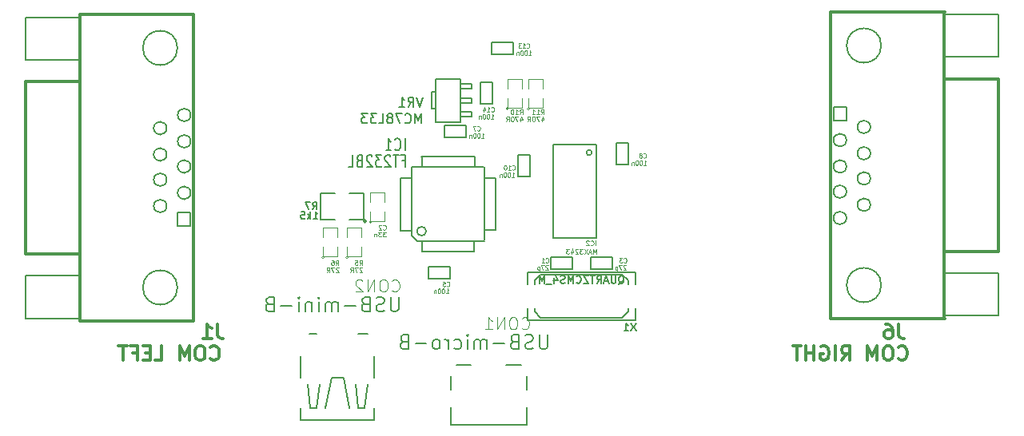
<source format=gbo>
G04 (created by PCBNEW (2013-jul-07)-stable) date nie, 28 cze 2015, 22:06:29*
%MOIN*%
G04 Gerber Fmt 3.4, Leading zero omitted, Abs format*
%FSLAX34Y34*%
G01*
G70*
G90*
G04 APERTURE LIST*
%ADD10C,0.00590551*%
%ADD11C,0.005*%
%ADD12C,0.0039*%
%ADD13C,0.012*%
%ADD14C,0.006*%
%ADD15C,0.0035*%
%ADD16C,0.0079*%
%ADD17C,0.0043*%
%ADD18C,0.0045*%
%ADD19C,0.008*%
G04 APERTURE END LIST*
G54D10*
X64527Y-30275D02*
X64527Y-29370D01*
X64488Y-32047D02*
X64527Y-32047D01*
X64527Y-32047D02*
X64527Y-31535D01*
X61456Y-32047D02*
X64488Y-32047D01*
X61456Y-30275D02*
X61456Y-29370D01*
X61456Y-32047D02*
X61456Y-31535D01*
X61811Y-28425D02*
X62125Y-28425D01*
X64251Y-28425D02*
X63858Y-28425D01*
G54D11*
X63492Y-31540D02*
X63242Y-30290D01*
X63242Y-30290D02*
X62742Y-30290D01*
X62742Y-30290D02*
X62492Y-31540D01*
X61742Y-30540D02*
X61867Y-31540D01*
X61867Y-31540D02*
X62117Y-31540D01*
X62117Y-31540D02*
X62242Y-30540D01*
X64242Y-30540D02*
X64117Y-31540D01*
X64117Y-31540D02*
X63867Y-31540D01*
X63867Y-31540D02*
X63742Y-30540D01*
G54D10*
X67716Y-32244D02*
X70905Y-32244D01*
X67716Y-31496D02*
X67716Y-32244D01*
X70905Y-31496D02*
X70905Y-32244D01*
X70905Y-30787D02*
X70905Y-30196D01*
X70039Y-29724D02*
X70669Y-29724D01*
X67952Y-29724D02*
X68543Y-29724D01*
X67716Y-30787D02*
X67716Y-30196D01*
G54D11*
X68603Y-19190D02*
X68603Y-19390D01*
X68603Y-19390D02*
X68133Y-19390D01*
X68603Y-19190D02*
X68133Y-19190D01*
X68603Y-18600D02*
X68133Y-18600D01*
X68603Y-18800D02*
X68133Y-18800D01*
X68603Y-18600D02*
X68603Y-18800D01*
X68603Y-18010D02*
X68603Y-18210D01*
X68603Y-18210D02*
X68133Y-18210D01*
X68603Y-18010D02*
X68133Y-18010D01*
X66908Y-18345D02*
X66908Y-19055D01*
X66908Y-19055D02*
X67103Y-19055D01*
X66908Y-18345D02*
X67103Y-18345D01*
X68133Y-17795D02*
X67103Y-17795D01*
X67103Y-17795D02*
X67103Y-19605D01*
X67103Y-19605D02*
X68133Y-19605D01*
X68133Y-19605D02*
X68133Y-17795D01*
G54D12*
X63431Y-25256D02*
G75*
G03X63431Y-25256I-50J0D01*
G74*
G01*
X63381Y-24806D02*
X63381Y-25206D01*
X63381Y-25206D02*
X63981Y-25206D01*
X63981Y-25206D02*
X63981Y-24806D01*
X63981Y-24406D02*
X63981Y-24006D01*
X63981Y-24006D02*
X63381Y-24006D01*
X63381Y-24006D02*
X63381Y-24406D01*
X62446Y-25256D02*
G75*
G03X62446Y-25256I-50J0D01*
G74*
G01*
X62396Y-24806D02*
X62396Y-25206D01*
X62396Y-25206D02*
X62996Y-25206D01*
X62996Y-25206D02*
X62996Y-24806D01*
X62996Y-24406D02*
X62996Y-24006D01*
X62996Y-24006D02*
X62396Y-24006D01*
X62396Y-24006D02*
X62396Y-24406D01*
G54D11*
X71892Y-25742D02*
X72792Y-25742D01*
X72792Y-25742D02*
X72792Y-25242D01*
X72792Y-25242D02*
X71892Y-25242D01*
X71892Y-25242D02*
X71892Y-25742D01*
G54D10*
X71219Y-27520D02*
X71219Y-27370D01*
X71219Y-26220D02*
X71219Y-26370D01*
X75119Y-26220D02*
X75119Y-26370D01*
X75119Y-27520D02*
X75119Y-27370D01*
X75419Y-27870D02*
X75419Y-27370D01*
X75419Y-25870D02*
X75419Y-26370D01*
X70919Y-25870D02*
X70919Y-26370D01*
X70919Y-27870D02*
X70919Y-27370D01*
X71219Y-26220D02*
X71469Y-25970D01*
X71469Y-25970D02*
X74869Y-25970D01*
X74869Y-25970D02*
X75119Y-26220D01*
X75119Y-27520D02*
X74869Y-27770D01*
X74869Y-27770D02*
X71469Y-27770D01*
X71469Y-27770D02*
X71219Y-27520D01*
X75419Y-25870D02*
X70919Y-25870D01*
X70919Y-27870D02*
X75419Y-27870D01*
X52244Y-27795D02*
X50000Y-27795D01*
X50000Y-27795D02*
X50000Y-26023D01*
X50000Y-26023D02*
X52244Y-26023D01*
X52244Y-15236D02*
X50000Y-15236D01*
X50000Y-15236D02*
X50000Y-17007D01*
X50000Y-17007D02*
X52244Y-17007D01*
G54D13*
X57002Y-15106D02*
X57002Y-27906D01*
X57002Y-27906D02*
X52244Y-27906D01*
X52246Y-27906D02*
X52246Y-15106D01*
X52244Y-15106D02*
X57002Y-15106D01*
X50002Y-17906D02*
X52244Y-17906D01*
X50000Y-17906D02*
X50000Y-25106D01*
X52244Y-25106D02*
X50002Y-25106D01*
G54D11*
X69442Y-18855D02*
X69442Y-17955D01*
X69442Y-17955D02*
X68942Y-17955D01*
X68942Y-17955D02*
X68942Y-18855D01*
X68942Y-18855D02*
X69442Y-18855D01*
G54D14*
X69598Y-21941D02*
X69148Y-21941D01*
X69598Y-24121D02*
X69158Y-24121D01*
X69598Y-21941D02*
X69598Y-24121D01*
X68718Y-21471D02*
X68718Y-21041D01*
X66508Y-21461D02*
X66508Y-21041D01*
X66498Y-21041D02*
X68718Y-21031D01*
X66518Y-25011D02*
X68688Y-25021D01*
X66088Y-24321D02*
X66088Y-21491D01*
X68698Y-25011D02*
X68698Y-24601D01*
X66338Y-24561D02*
X69118Y-24561D01*
X69138Y-21481D02*
X69138Y-24521D01*
X66088Y-21481D02*
X69088Y-21481D01*
X65638Y-24151D02*
X65638Y-21931D01*
X65638Y-21931D02*
X66088Y-21931D01*
X66092Y-24331D02*
X66322Y-24561D01*
X65640Y-24151D02*
X66092Y-24151D01*
X66518Y-24561D02*
X66518Y-25013D01*
X66688Y-24157D02*
G75*
G03X66688Y-24157I-188J0D01*
G74*
G01*
G54D11*
X71984Y-24425D02*
X71984Y-20525D01*
X71984Y-20525D02*
X73784Y-20525D01*
X73784Y-20525D02*
X73784Y-24425D01*
X73784Y-24425D02*
X71984Y-24425D01*
X73596Y-20875D02*
G75*
G03X73596Y-20875I-111J0D01*
G74*
G01*
X74465Y-25242D02*
X73565Y-25242D01*
X73565Y-25242D02*
X73565Y-25742D01*
X73565Y-25742D02*
X74465Y-25742D01*
X74465Y-25742D02*
X74465Y-25242D01*
X67674Y-25635D02*
X66774Y-25635D01*
X66774Y-25635D02*
X66774Y-26135D01*
X66774Y-26135D02*
X67674Y-26135D01*
X67674Y-26135D02*
X67674Y-25635D01*
X75116Y-21366D02*
X75116Y-20466D01*
X75116Y-20466D02*
X74616Y-20466D01*
X74616Y-20466D02*
X74616Y-21366D01*
X74616Y-21366D02*
X75116Y-21366D01*
X67463Y-20230D02*
X68363Y-20230D01*
X68363Y-20230D02*
X68363Y-19730D01*
X68363Y-19730D02*
X67463Y-19730D01*
X67463Y-19730D02*
X67463Y-20230D01*
X70516Y-20966D02*
X70516Y-21866D01*
X70516Y-21866D02*
X71016Y-21866D01*
X71016Y-21866D02*
X71016Y-20966D01*
X71016Y-20966D02*
X70516Y-20966D01*
G54D10*
X88307Y-15118D02*
X90551Y-15118D01*
X90551Y-15118D02*
X90551Y-16889D01*
X90551Y-16889D02*
X88307Y-16889D01*
X88307Y-27677D02*
X90551Y-27677D01*
X90551Y-27677D02*
X90551Y-25905D01*
X90551Y-25905D02*
X88307Y-25905D01*
G54D13*
X83548Y-27806D02*
X83548Y-15006D01*
X83548Y-15006D02*
X88307Y-15006D01*
X88304Y-15006D02*
X88304Y-27806D01*
X88307Y-27806D02*
X83548Y-27806D01*
X90548Y-25006D02*
X88307Y-25006D01*
X90551Y-25006D02*
X90551Y-17806D01*
X88307Y-17806D02*
X90548Y-17806D01*
G54D12*
X71009Y-19055D02*
G75*
G03X71009Y-19055I-50J0D01*
G74*
G01*
X70959Y-18605D02*
X70959Y-19005D01*
X70959Y-19005D02*
X71559Y-19005D01*
X71559Y-19005D02*
X71559Y-18605D01*
X71559Y-18205D02*
X71559Y-17805D01*
X71559Y-17805D02*
X70959Y-17805D01*
X70959Y-17805D02*
X70959Y-18205D01*
X70124Y-19055D02*
G75*
G03X70124Y-19055I-50J0D01*
G74*
G01*
X70074Y-18605D02*
X70074Y-19005D01*
X70074Y-19005D02*
X70674Y-19005D01*
X70674Y-19005D02*
X70674Y-18605D01*
X70674Y-18205D02*
X70674Y-17805D01*
X70674Y-17805D02*
X70074Y-17805D01*
X70074Y-17805D02*
X70074Y-18205D01*
X64415Y-23779D02*
G75*
G03X64415Y-23779I-50J0D01*
G74*
G01*
X64365Y-23329D02*
X64365Y-23729D01*
X64365Y-23729D02*
X64965Y-23729D01*
X64965Y-23729D02*
X64965Y-23329D01*
X64965Y-22929D02*
X64965Y-22529D01*
X64965Y-22529D02*
X64365Y-22529D01*
X64365Y-22529D02*
X64365Y-22929D01*
G54D11*
X64209Y-23729D02*
G75*
G03X64209Y-23729I-70J0D01*
G74*
G01*
X63488Y-22579D02*
X64088Y-22579D01*
X64088Y-22579D02*
X64088Y-23679D01*
X64088Y-23679D02*
X63488Y-23679D01*
X62888Y-23679D02*
X62288Y-23679D01*
X62288Y-23679D02*
X62288Y-22579D01*
X62288Y-22579D02*
X62888Y-22579D01*
X69431Y-16785D02*
X70331Y-16785D01*
X70331Y-16785D02*
X70331Y-16285D01*
X70331Y-16285D02*
X69431Y-16285D01*
X69431Y-16285D02*
X69431Y-16785D01*
G54D10*
X56322Y-26506D02*
G75*
G03X56322Y-26506I-720J0D01*
G74*
G01*
X56322Y-16506D02*
G75*
G03X56322Y-16506I-720J0D01*
G74*
G01*
X56331Y-23386D02*
X56331Y-23927D01*
X56872Y-23927D01*
X56872Y-23386D01*
X56331Y-23386D01*
X56872Y-22556D02*
G75*
G03X56872Y-22556I-270J0D01*
G74*
G01*
X56872Y-21456D02*
G75*
G03X56872Y-21456I-270J0D01*
G74*
G01*
X56872Y-20406D02*
G75*
G03X56872Y-20406I-270J0D01*
G74*
G01*
X56872Y-19306D02*
G75*
G03X56872Y-19306I-270J0D01*
G74*
G01*
X55872Y-19856D02*
G75*
G03X55872Y-19856I-270J0D01*
G74*
G01*
X55872Y-20956D02*
G75*
G03X55872Y-20956I-270J0D01*
G74*
G01*
X55872Y-22006D02*
G75*
G03X55872Y-22006I-270J0D01*
G74*
G01*
X55872Y-23106D02*
G75*
G03X55872Y-23106I-270J0D01*
G74*
G01*
X85669Y-16406D02*
G75*
G03X85669Y-16406I-720J0D01*
G74*
G01*
X85669Y-26406D02*
G75*
G03X85669Y-26406I-720J0D01*
G74*
G01*
X83678Y-18986D02*
X83678Y-19527D01*
X84219Y-19527D01*
X84219Y-18986D01*
X83678Y-18986D01*
X84219Y-20356D02*
G75*
G03X84219Y-20356I-270J0D01*
G74*
G01*
X84219Y-21456D02*
G75*
G03X84219Y-21456I-270J0D01*
G74*
G01*
X84219Y-22506D02*
G75*
G03X84219Y-22506I-270J0D01*
G74*
G01*
X84219Y-23606D02*
G75*
G03X84219Y-23606I-270J0D01*
G74*
G01*
X85219Y-23056D02*
G75*
G03X85219Y-23056I-270J0D01*
G74*
G01*
X85219Y-21956D02*
G75*
G03X85219Y-21956I-270J0D01*
G74*
G01*
X85219Y-20906D02*
G75*
G03X85219Y-20906I-270J0D01*
G74*
G01*
X85219Y-19806D02*
G75*
G03X85219Y-19806I-270J0D01*
G74*
G01*
G54D15*
X65272Y-26631D02*
X65296Y-26654D01*
X65367Y-26678D01*
X65415Y-26678D01*
X65486Y-26654D01*
X65534Y-26607D01*
X65558Y-26559D01*
X65582Y-26464D01*
X65582Y-26393D01*
X65558Y-26297D01*
X65534Y-26250D01*
X65486Y-26202D01*
X65415Y-26178D01*
X65367Y-26178D01*
X65296Y-26202D01*
X65272Y-26226D01*
X64962Y-26178D02*
X64867Y-26178D01*
X64820Y-26202D01*
X64772Y-26250D01*
X64748Y-26345D01*
X64748Y-26512D01*
X64772Y-26607D01*
X64820Y-26654D01*
X64867Y-26678D01*
X64962Y-26678D01*
X65010Y-26654D01*
X65058Y-26607D01*
X65082Y-26512D01*
X65082Y-26345D01*
X65058Y-26250D01*
X65010Y-26202D01*
X64962Y-26178D01*
X64534Y-26678D02*
X64534Y-26178D01*
X64248Y-26678D01*
X64248Y-26178D01*
X64034Y-26226D02*
X64010Y-26202D01*
X63962Y-26178D01*
X63843Y-26178D01*
X63796Y-26202D01*
X63772Y-26226D01*
X63748Y-26273D01*
X63748Y-26321D01*
X63772Y-26393D01*
X64058Y-26678D01*
X63748Y-26678D01*
G54D10*
X65552Y-26906D02*
X65552Y-27392D01*
X65523Y-27449D01*
X65495Y-27478D01*
X65438Y-27506D01*
X65323Y-27506D01*
X65266Y-27478D01*
X65238Y-27449D01*
X65209Y-27392D01*
X65209Y-26906D01*
X64952Y-27478D02*
X64866Y-27506D01*
X64723Y-27506D01*
X64666Y-27478D01*
X64638Y-27449D01*
X64609Y-27392D01*
X64609Y-27335D01*
X64638Y-27278D01*
X64666Y-27249D01*
X64723Y-27220D01*
X64838Y-27192D01*
X64895Y-27163D01*
X64923Y-27135D01*
X64952Y-27078D01*
X64952Y-27020D01*
X64923Y-26963D01*
X64895Y-26935D01*
X64838Y-26906D01*
X64695Y-26906D01*
X64609Y-26935D01*
X64152Y-27192D02*
X64066Y-27220D01*
X64038Y-27249D01*
X64009Y-27306D01*
X64009Y-27392D01*
X64038Y-27449D01*
X64066Y-27478D01*
X64123Y-27506D01*
X64352Y-27506D01*
X64352Y-26906D01*
X64152Y-26906D01*
X64095Y-26935D01*
X64066Y-26963D01*
X64038Y-27020D01*
X64038Y-27078D01*
X64066Y-27135D01*
X64095Y-27163D01*
X64152Y-27192D01*
X64352Y-27192D01*
X63752Y-27278D02*
X63295Y-27278D01*
X63009Y-27506D02*
X63009Y-27106D01*
X63009Y-27163D02*
X62980Y-27135D01*
X62923Y-27106D01*
X62838Y-27106D01*
X62780Y-27135D01*
X62752Y-27192D01*
X62752Y-27506D01*
X62752Y-27192D02*
X62723Y-27135D01*
X62666Y-27106D01*
X62580Y-27106D01*
X62523Y-27135D01*
X62495Y-27192D01*
X62495Y-27506D01*
X62209Y-27506D02*
X62209Y-27106D01*
X62209Y-26906D02*
X62238Y-26935D01*
X62209Y-26963D01*
X62180Y-26935D01*
X62209Y-26906D01*
X62209Y-26963D01*
X61923Y-27106D02*
X61923Y-27506D01*
X61923Y-27163D02*
X61895Y-27135D01*
X61838Y-27106D01*
X61752Y-27106D01*
X61695Y-27135D01*
X61666Y-27192D01*
X61666Y-27506D01*
X61380Y-27506D02*
X61380Y-27106D01*
X61380Y-26906D02*
X61409Y-26935D01*
X61380Y-26963D01*
X61352Y-26935D01*
X61380Y-26906D01*
X61380Y-26963D01*
X61095Y-27278D02*
X60638Y-27278D01*
X60152Y-27192D02*
X60066Y-27220D01*
X60038Y-27249D01*
X60009Y-27306D01*
X60009Y-27392D01*
X60038Y-27449D01*
X60066Y-27478D01*
X60123Y-27506D01*
X60352Y-27506D01*
X60352Y-26906D01*
X60152Y-26906D01*
X60095Y-26935D01*
X60066Y-26963D01*
X60038Y-27020D01*
X60038Y-27078D01*
X60066Y-27135D01*
X60095Y-27163D01*
X60152Y-27192D01*
X60352Y-27192D01*
G54D15*
X70685Y-28205D02*
X70709Y-28229D01*
X70781Y-28253D01*
X70828Y-28253D01*
X70900Y-28229D01*
X70947Y-28182D01*
X70971Y-28134D01*
X70995Y-28039D01*
X70995Y-27967D01*
X70971Y-27872D01*
X70947Y-27824D01*
X70900Y-27777D01*
X70828Y-27753D01*
X70781Y-27753D01*
X70709Y-27777D01*
X70685Y-27801D01*
X70376Y-27753D02*
X70281Y-27753D01*
X70233Y-27777D01*
X70185Y-27824D01*
X70162Y-27920D01*
X70162Y-28086D01*
X70185Y-28182D01*
X70233Y-28229D01*
X70281Y-28253D01*
X70376Y-28253D01*
X70423Y-28229D01*
X70471Y-28182D01*
X70495Y-28086D01*
X70495Y-27920D01*
X70471Y-27824D01*
X70423Y-27777D01*
X70376Y-27753D01*
X69947Y-28253D02*
X69947Y-27753D01*
X69662Y-28253D01*
X69662Y-27753D01*
X69162Y-28253D02*
X69447Y-28253D01*
X69304Y-28253D02*
X69304Y-27753D01*
X69352Y-27824D01*
X69400Y-27872D01*
X69447Y-27896D01*
G54D10*
X71757Y-28481D02*
X71757Y-28967D01*
X71729Y-29024D01*
X71700Y-29052D01*
X71643Y-29081D01*
X71529Y-29081D01*
X71472Y-29052D01*
X71443Y-29024D01*
X71415Y-28967D01*
X71415Y-28481D01*
X71157Y-29052D02*
X71072Y-29081D01*
X70929Y-29081D01*
X70872Y-29052D01*
X70843Y-29024D01*
X70815Y-28967D01*
X70815Y-28910D01*
X70843Y-28852D01*
X70872Y-28824D01*
X70929Y-28795D01*
X71043Y-28767D01*
X71100Y-28738D01*
X71129Y-28710D01*
X71157Y-28652D01*
X71157Y-28595D01*
X71129Y-28538D01*
X71100Y-28510D01*
X71043Y-28481D01*
X70900Y-28481D01*
X70815Y-28510D01*
X70357Y-28767D02*
X70272Y-28795D01*
X70243Y-28824D01*
X70215Y-28881D01*
X70215Y-28967D01*
X70243Y-29024D01*
X70272Y-29052D01*
X70329Y-29081D01*
X70557Y-29081D01*
X70557Y-28481D01*
X70357Y-28481D01*
X70300Y-28510D01*
X70272Y-28538D01*
X70243Y-28595D01*
X70243Y-28652D01*
X70272Y-28710D01*
X70300Y-28738D01*
X70357Y-28767D01*
X70557Y-28767D01*
X69957Y-28852D02*
X69500Y-28852D01*
X69215Y-29081D02*
X69215Y-28681D01*
X69215Y-28738D02*
X69186Y-28710D01*
X69129Y-28681D01*
X69043Y-28681D01*
X68986Y-28710D01*
X68957Y-28767D01*
X68957Y-29081D01*
X68957Y-28767D02*
X68929Y-28710D01*
X68872Y-28681D01*
X68786Y-28681D01*
X68729Y-28710D01*
X68700Y-28767D01*
X68700Y-29081D01*
X68415Y-29081D02*
X68415Y-28681D01*
X68415Y-28481D02*
X68443Y-28510D01*
X68415Y-28538D01*
X68386Y-28510D01*
X68415Y-28481D01*
X68415Y-28538D01*
X67872Y-29052D02*
X67929Y-29081D01*
X68043Y-29081D01*
X68100Y-29052D01*
X68129Y-29024D01*
X68157Y-28967D01*
X68157Y-28795D01*
X68129Y-28738D01*
X68100Y-28710D01*
X68043Y-28681D01*
X67929Y-28681D01*
X67872Y-28710D01*
X67615Y-29081D02*
X67615Y-28681D01*
X67615Y-28795D02*
X67586Y-28738D01*
X67557Y-28710D01*
X67500Y-28681D01*
X67443Y-28681D01*
X67157Y-29081D02*
X67215Y-29052D01*
X67243Y-29024D01*
X67272Y-28967D01*
X67272Y-28795D01*
X67243Y-28738D01*
X67215Y-28710D01*
X67157Y-28681D01*
X67072Y-28681D01*
X67015Y-28710D01*
X66986Y-28738D01*
X66957Y-28795D01*
X66957Y-28967D01*
X66986Y-29024D01*
X67015Y-29052D01*
X67072Y-29081D01*
X67157Y-29081D01*
X66700Y-28852D02*
X66243Y-28852D01*
X65757Y-28767D02*
X65672Y-28795D01*
X65643Y-28824D01*
X65615Y-28881D01*
X65615Y-28967D01*
X65643Y-29024D01*
X65672Y-29052D01*
X65729Y-29081D01*
X65957Y-29081D01*
X65957Y-28481D01*
X65757Y-28481D01*
X65700Y-28510D01*
X65672Y-28538D01*
X65643Y-28595D01*
X65643Y-28652D01*
X65672Y-28710D01*
X65700Y-28738D01*
X65757Y-28767D01*
X65957Y-28767D01*
G54D16*
X66559Y-18564D02*
X66427Y-18958D01*
X66296Y-18564D01*
X65940Y-18958D02*
X66071Y-18771D01*
X66165Y-18958D02*
X66165Y-18564D01*
X66015Y-18564D01*
X65977Y-18583D01*
X65958Y-18602D01*
X65940Y-18639D01*
X65940Y-18696D01*
X65958Y-18733D01*
X65977Y-18752D01*
X66015Y-18771D01*
X66165Y-18771D01*
X65564Y-18958D02*
X65790Y-18958D01*
X65677Y-18958D02*
X65677Y-18564D01*
X65714Y-18620D01*
X65752Y-18658D01*
X65790Y-18677D01*
X66494Y-19647D02*
X66494Y-19253D01*
X66362Y-19535D01*
X66231Y-19253D01*
X66231Y-19647D01*
X65818Y-19610D02*
X65837Y-19628D01*
X65893Y-19647D01*
X65931Y-19647D01*
X65987Y-19628D01*
X66025Y-19591D01*
X66043Y-19553D01*
X66062Y-19478D01*
X66062Y-19422D01*
X66043Y-19347D01*
X66025Y-19309D01*
X65987Y-19272D01*
X65931Y-19253D01*
X65893Y-19253D01*
X65837Y-19272D01*
X65818Y-19291D01*
X65687Y-19253D02*
X65424Y-19253D01*
X65593Y-19647D01*
X65218Y-19422D02*
X65255Y-19403D01*
X65274Y-19384D01*
X65293Y-19347D01*
X65293Y-19328D01*
X65274Y-19291D01*
X65255Y-19272D01*
X65218Y-19253D01*
X65143Y-19253D01*
X65105Y-19272D01*
X65087Y-19291D01*
X65068Y-19328D01*
X65068Y-19347D01*
X65087Y-19384D01*
X65105Y-19403D01*
X65143Y-19422D01*
X65218Y-19422D01*
X65255Y-19441D01*
X65274Y-19460D01*
X65293Y-19497D01*
X65293Y-19572D01*
X65274Y-19610D01*
X65255Y-19628D01*
X65218Y-19647D01*
X65143Y-19647D01*
X65105Y-19628D01*
X65087Y-19610D01*
X65068Y-19572D01*
X65068Y-19497D01*
X65087Y-19460D01*
X65105Y-19441D01*
X65143Y-19422D01*
X64711Y-19647D02*
X64899Y-19647D01*
X64899Y-19253D01*
X64618Y-19253D02*
X64374Y-19253D01*
X64505Y-19403D01*
X64449Y-19403D01*
X64411Y-19422D01*
X64392Y-19441D01*
X64374Y-19478D01*
X64374Y-19572D01*
X64392Y-19610D01*
X64411Y-19628D01*
X64449Y-19647D01*
X64561Y-19647D01*
X64599Y-19628D01*
X64618Y-19610D01*
X64242Y-19253D02*
X63998Y-19253D01*
X64130Y-19403D01*
X64073Y-19403D01*
X64036Y-19422D01*
X64017Y-19441D01*
X63998Y-19478D01*
X63998Y-19572D01*
X64017Y-19610D01*
X64036Y-19628D01*
X64073Y-19647D01*
X64186Y-19647D01*
X64224Y-19628D01*
X64242Y-19610D01*
G54D17*
X63910Y-25571D02*
X63976Y-25478D01*
X64023Y-25571D02*
X64023Y-25374D01*
X63948Y-25374D01*
X63929Y-25384D01*
X63920Y-25393D01*
X63910Y-25412D01*
X63910Y-25440D01*
X63920Y-25459D01*
X63929Y-25468D01*
X63948Y-25478D01*
X64023Y-25478D01*
X63732Y-25374D02*
X63826Y-25374D01*
X63835Y-25468D01*
X63826Y-25459D01*
X63807Y-25449D01*
X63760Y-25449D01*
X63741Y-25459D01*
X63732Y-25468D01*
X63723Y-25487D01*
X63723Y-25534D01*
X63732Y-25553D01*
X63741Y-25562D01*
X63760Y-25571D01*
X63807Y-25571D01*
X63826Y-25562D01*
X63835Y-25553D01*
X64028Y-25688D02*
X64018Y-25679D01*
X63999Y-25670D01*
X63953Y-25670D01*
X63934Y-25679D01*
X63924Y-25688D01*
X63915Y-25707D01*
X63915Y-25726D01*
X63924Y-25754D01*
X64037Y-25867D01*
X63915Y-25867D01*
X63849Y-25670D02*
X63718Y-25670D01*
X63802Y-25867D01*
X63530Y-25867D02*
X63596Y-25773D01*
X63643Y-25867D02*
X63643Y-25670D01*
X63568Y-25670D01*
X63549Y-25679D01*
X63540Y-25688D01*
X63530Y-25707D01*
X63530Y-25735D01*
X63540Y-25754D01*
X63549Y-25763D01*
X63568Y-25773D01*
X63643Y-25773D01*
X62926Y-25571D02*
X62992Y-25478D01*
X63039Y-25571D02*
X63039Y-25374D01*
X62964Y-25374D01*
X62945Y-25384D01*
X62935Y-25393D01*
X62926Y-25412D01*
X62926Y-25440D01*
X62935Y-25459D01*
X62945Y-25468D01*
X62964Y-25478D01*
X63039Y-25478D01*
X62757Y-25374D02*
X62795Y-25374D01*
X62813Y-25384D01*
X62823Y-25393D01*
X62842Y-25421D01*
X62851Y-25459D01*
X62851Y-25534D01*
X62842Y-25553D01*
X62832Y-25562D01*
X62813Y-25571D01*
X62776Y-25571D01*
X62757Y-25562D01*
X62748Y-25553D01*
X62738Y-25534D01*
X62738Y-25487D01*
X62748Y-25468D01*
X62757Y-25459D01*
X62776Y-25449D01*
X62813Y-25449D01*
X62832Y-25459D01*
X62842Y-25468D01*
X62851Y-25487D01*
X63043Y-25688D02*
X63034Y-25679D01*
X63015Y-25670D01*
X62968Y-25670D01*
X62950Y-25679D01*
X62940Y-25688D01*
X62931Y-25707D01*
X62931Y-25726D01*
X62940Y-25754D01*
X63053Y-25867D01*
X62931Y-25867D01*
X62865Y-25670D02*
X62734Y-25670D01*
X62818Y-25867D01*
X62546Y-25867D02*
X62612Y-25773D01*
X62659Y-25867D02*
X62659Y-25670D01*
X62584Y-25670D01*
X62565Y-25679D01*
X62556Y-25688D01*
X62546Y-25707D01*
X62546Y-25735D01*
X62556Y-25754D01*
X62565Y-25763D01*
X62584Y-25773D01*
X62659Y-25773D01*
G54D18*
X71683Y-25455D02*
X71692Y-25465D01*
X71717Y-25474D01*
X71734Y-25474D01*
X71760Y-25465D01*
X71777Y-25446D01*
X71786Y-25427D01*
X71794Y-25388D01*
X71794Y-25360D01*
X71786Y-25322D01*
X71777Y-25303D01*
X71760Y-25284D01*
X71734Y-25274D01*
X71717Y-25274D01*
X71692Y-25284D01*
X71683Y-25293D01*
X71512Y-25474D02*
X71614Y-25474D01*
X71563Y-25474D02*
X71563Y-25274D01*
X71580Y-25303D01*
X71597Y-25322D01*
X71614Y-25331D01*
X71773Y-25588D02*
X71765Y-25579D01*
X71747Y-25569D01*
X71705Y-25569D01*
X71687Y-25579D01*
X71679Y-25588D01*
X71670Y-25608D01*
X71670Y-25627D01*
X71679Y-25655D01*
X71782Y-25769D01*
X71670Y-25769D01*
X71610Y-25569D02*
X71490Y-25569D01*
X71567Y-25769D01*
X71422Y-25636D02*
X71422Y-25836D01*
X71422Y-25646D02*
X71405Y-25636D01*
X71370Y-25636D01*
X71353Y-25646D01*
X71345Y-25655D01*
X71336Y-25674D01*
X71336Y-25731D01*
X71345Y-25750D01*
X71353Y-25760D01*
X71370Y-25769D01*
X71405Y-25769D01*
X71422Y-25760D01*
G54D10*
X75442Y-28004D02*
X75232Y-28319D01*
X75232Y-28004D02*
X75442Y-28319D01*
X74947Y-28319D02*
X75127Y-28319D01*
X75037Y-28319D02*
X75037Y-28004D01*
X75067Y-28049D01*
X75097Y-28079D01*
X75127Y-28094D01*
X74714Y-26358D02*
X74744Y-26343D01*
X74774Y-26313D01*
X74819Y-26268D01*
X74849Y-26253D01*
X74879Y-26253D01*
X74864Y-26328D02*
X74894Y-26313D01*
X74924Y-26283D01*
X74939Y-26223D01*
X74939Y-26118D01*
X74924Y-26058D01*
X74894Y-26028D01*
X74864Y-26013D01*
X74804Y-26013D01*
X74774Y-26028D01*
X74744Y-26058D01*
X74729Y-26118D01*
X74729Y-26223D01*
X74744Y-26283D01*
X74774Y-26313D01*
X74804Y-26328D01*
X74864Y-26328D01*
X74594Y-26013D02*
X74594Y-26268D01*
X74579Y-26298D01*
X74564Y-26313D01*
X74534Y-26328D01*
X74474Y-26328D01*
X74444Y-26313D01*
X74429Y-26298D01*
X74414Y-26268D01*
X74414Y-26013D01*
X74279Y-26238D02*
X74129Y-26238D01*
X74309Y-26328D02*
X74204Y-26013D01*
X74099Y-26328D01*
X73814Y-26328D02*
X73919Y-26178D01*
X73994Y-26328D02*
X73994Y-26013D01*
X73874Y-26013D01*
X73844Y-26028D01*
X73829Y-26043D01*
X73814Y-26073D01*
X73814Y-26118D01*
X73829Y-26148D01*
X73844Y-26163D01*
X73874Y-26178D01*
X73994Y-26178D01*
X73724Y-26013D02*
X73544Y-26013D01*
X73634Y-26328D02*
X73634Y-26013D01*
X73469Y-26013D02*
X73259Y-26013D01*
X73469Y-26328D01*
X73259Y-26328D01*
X72959Y-26298D02*
X72974Y-26313D01*
X73019Y-26328D01*
X73049Y-26328D01*
X73094Y-26313D01*
X73124Y-26283D01*
X73139Y-26253D01*
X73154Y-26193D01*
X73154Y-26148D01*
X73139Y-26088D01*
X73124Y-26058D01*
X73094Y-26028D01*
X73049Y-26013D01*
X73019Y-26013D01*
X72974Y-26028D01*
X72959Y-26043D01*
X72824Y-26328D02*
X72824Y-26013D01*
X72719Y-26238D01*
X72614Y-26013D01*
X72614Y-26328D01*
X72479Y-26313D02*
X72434Y-26328D01*
X72359Y-26328D01*
X72329Y-26313D01*
X72314Y-26298D01*
X72299Y-26268D01*
X72299Y-26238D01*
X72314Y-26208D01*
X72329Y-26193D01*
X72359Y-26178D01*
X72419Y-26163D01*
X72449Y-26148D01*
X72464Y-26133D01*
X72479Y-26103D01*
X72479Y-26073D01*
X72464Y-26043D01*
X72449Y-26028D01*
X72419Y-26013D01*
X72344Y-26013D01*
X72299Y-26028D01*
X72029Y-26118D02*
X72029Y-26328D01*
X72104Y-25998D02*
X72179Y-26223D01*
X71984Y-26223D01*
X71939Y-26358D02*
X71699Y-26358D01*
X71624Y-26328D02*
X71624Y-26013D01*
X71519Y-26238D01*
X71414Y-26013D01*
X71414Y-26328D01*
G54D13*
X58000Y-28042D02*
X58000Y-28471D01*
X58028Y-28557D01*
X58085Y-28614D01*
X58171Y-28642D01*
X58228Y-28642D01*
X57400Y-28642D02*
X57742Y-28642D01*
X57571Y-28642D02*
X57571Y-28042D01*
X57628Y-28128D01*
X57685Y-28185D01*
X57742Y-28214D01*
X57700Y-29485D02*
X57728Y-29514D01*
X57814Y-29542D01*
X57871Y-29542D01*
X57957Y-29514D01*
X58014Y-29457D01*
X58042Y-29400D01*
X58071Y-29285D01*
X58071Y-29200D01*
X58042Y-29085D01*
X58014Y-29028D01*
X57957Y-28971D01*
X57871Y-28942D01*
X57814Y-28942D01*
X57728Y-28971D01*
X57700Y-29000D01*
X57328Y-28942D02*
X57214Y-28942D01*
X57157Y-28971D01*
X57100Y-29028D01*
X57071Y-29142D01*
X57071Y-29342D01*
X57100Y-29457D01*
X57157Y-29514D01*
X57214Y-29542D01*
X57328Y-29542D01*
X57385Y-29514D01*
X57442Y-29457D01*
X57471Y-29342D01*
X57471Y-29142D01*
X57442Y-29028D01*
X57385Y-28971D01*
X57328Y-28942D01*
X56814Y-29542D02*
X56814Y-28942D01*
X56614Y-29371D01*
X56414Y-28942D01*
X56414Y-29542D01*
X55385Y-29542D02*
X55671Y-29542D01*
X55671Y-28942D01*
X55185Y-29228D02*
X54985Y-29228D01*
X54900Y-29542D02*
X55185Y-29542D01*
X55185Y-28942D01*
X54900Y-28942D01*
X54442Y-29228D02*
X54642Y-29228D01*
X54642Y-29542D02*
X54642Y-28942D01*
X54357Y-28942D01*
X54214Y-28942D02*
X53871Y-28942D01*
X54042Y-29542D02*
X54042Y-28942D01*
G54D18*
X69407Y-19156D02*
X69415Y-19165D01*
X69441Y-19175D01*
X69458Y-19175D01*
X69484Y-19165D01*
X69501Y-19146D01*
X69509Y-19127D01*
X69518Y-19089D01*
X69518Y-19061D01*
X69509Y-19023D01*
X69501Y-19004D01*
X69484Y-18984D01*
X69458Y-18975D01*
X69441Y-18975D01*
X69415Y-18984D01*
X69407Y-18994D01*
X69235Y-19175D02*
X69338Y-19175D01*
X69287Y-19175D02*
X69287Y-18975D01*
X69304Y-19004D01*
X69321Y-19023D01*
X69338Y-19032D01*
X69081Y-19042D02*
X69081Y-19175D01*
X69124Y-18965D02*
X69167Y-19108D01*
X69055Y-19108D01*
X69394Y-19470D02*
X69497Y-19470D01*
X69445Y-19470D02*
X69445Y-19270D01*
X69462Y-19299D01*
X69480Y-19318D01*
X69497Y-19327D01*
X69282Y-19270D02*
X69265Y-19270D01*
X69248Y-19280D01*
X69240Y-19289D01*
X69231Y-19308D01*
X69222Y-19346D01*
X69222Y-19394D01*
X69231Y-19432D01*
X69240Y-19451D01*
X69248Y-19461D01*
X69265Y-19470D01*
X69282Y-19470D01*
X69300Y-19461D01*
X69308Y-19451D01*
X69317Y-19432D01*
X69325Y-19394D01*
X69325Y-19346D01*
X69317Y-19308D01*
X69308Y-19289D01*
X69300Y-19280D01*
X69282Y-19270D01*
X69111Y-19270D02*
X69094Y-19270D01*
X69077Y-19280D01*
X69068Y-19289D01*
X69060Y-19308D01*
X69051Y-19346D01*
X69051Y-19394D01*
X69060Y-19432D01*
X69068Y-19451D01*
X69077Y-19461D01*
X69094Y-19470D01*
X69111Y-19470D01*
X69128Y-19461D01*
X69137Y-19451D01*
X69145Y-19432D01*
X69154Y-19394D01*
X69154Y-19346D01*
X69145Y-19308D01*
X69137Y-19289D01*
X69128Y-19280D01*
X69111Y-19270D01*
X68974Y-19337D02*
X68974Y-19470D01*
X68974Y-19356D02*
X68965Y-19346D01*
X68948Y-19337D01*
X68922Y-19337D01*
X68905Y-19346D01*
X68897Y-19365D01*
X68897Y-19470D01*
G54D19*
X65808Y-20783D02*
X65808Y-20283D01*
X65389Y-20736D02*
X65408Y-20760D01*
X65465Y-20783D01*
X65503Y-20783D01*
X65560Y-20760D01*
X65599Y-20712D01*
X65618Y-20664D01*
X65637Y-20569D01*
X65637Y-20498D01*
X65618Y-20402D01*
X65599Y-20355D01*
X65560Y-20307D01*
X65503Y-20283D01*
X65465Y-20283D01*
X65408Y-20307D01*
X65389Y-20331D01*
X65008Y-20783D02*
X65237Y-20783D01*
X65122Y-20783D02*
X65122Y-20283D01*
X65160Y-20355D01*
X65199Y-20402D01*
X65237Y-20426D01*
X65696Y-21221D02*
X65830Y-21221D01*
X65830Y-21483D02*
X65830Y-20983D01*
X65639Y-20983D01*
X65544Y-20983D02*
X65315Y-20983D01*
X65430Y-21483D02*
X65430Y-20983D01*
X65201Y-21031D02*
X65182Y-21007D01*
X65144Y-20983D01*
X65049Y-20983D01*
X65010Y-21007D01*
X64991Y-21031D01*
X64972Y-21079D01*
X64972Y-21126D01*
X64991Y-21198D01*
X65220Y-21483D01*
X64972Y-21483D01*
X64839Y-20983D02*
X64591Y-20983D01*
X64725Y-21174D01*
X64668Y-21174D01*
X64630Y-21198D01*
X64610Y-21221D01*
X64591Y-21269D01*
X64591Y-21388D01*
X64610Y-21436D01*
X64630Y-21460D01*
X64668Y-21483D01*
X64782Y-21483D01*
X64820Y-21460D01*
X64839Y-21436D01*
X64439Y-21031D02*
X64420Y-21007D01*
X64382Y-20983D01*
X64287Y-20983D01*
X64249Y-21007D01*
X64230Y-21031D01*
X64210Y-21079D01*
X64210Y-21126D01*
X64230Y-21198D01*
X64458Y-21483D01*
X64210Y-21483D01*
X63906Y-21221D02*
X63849Y-21245D01*
X63830Y-21269D01*
X63810Y-21317D01*
X63810Y-21388D01*
X63830Y-21436D01*
X63849Y-21460D01*
X63887Y-21483D01*
X64039Y-21483D01*
X64039Y-20983D01*
X63906Y-20983D01*
X63868Y-21007D01*
X63849Y-21031D01*
X63830Y-21079D01*
X63830Y-21126D01*
X63849Y-21174D01*
X63868Y-21198D01*
X63906Y-21221D01*
X64039Y-21221D01*
X63449Y-21483D02*
X63639Y-21483D01*
X63639Y-20983D01*
G54D12*
X73758Y-24746D02*
X73758Y-24549D01*
X73552Y-24727D02*
X73561Y-24737D01*
X73589Y-24746D01*
X73608Y-24746D01*
X73636Y-24737D01*
X73655Y-24718D01*
X73665Y-24699D01*
X73674Y-24662D01*
X73674Y-24634D01*
X73665Y-24596D01*
X73655Y-24577D01*
X73636Y-24559D01*
X73608Y-24549D01*
X73589Y-24549D01*
X73561Y-24559D01*
X73552Y-24568D01*
X73477Y-24568D02*
X73468Y-24559D01*
X73449Y-24549D01*
X73402Y-24549D01*
X73383Y-24559D01*
X73374Y-24568D01*
X73364Y-24587D01*
X73364Y-24605D01*
X73374Y-24634D01*
X73486Y-24746D01*
X73364Y-24746D01*
X73785Y-25096D02*
X73785Y-24899D01*
X73720Y-25040D01*
X73654Y-24899D01*
X73654Y-25096D01*
X73569Y-25040D02*
X73476Y-25040D01*
X73588Y-25096D02*
X73523Y-24899D01*
X73457Y-25096D01*
X73410Y-24899D02*
X73279Y-25096D01*
X73279Y-24899D02*
X73410Y-25096D01*
X73222Y-24899D02*
X73100Y-24899D01*
X73166Y-24974D01*
X73138Y-24974D01*
X73119Y-24984D01*
X73110Y-24993D01*
X73100Y-25012D01*
X73100Y-25059D01*
X73110Y-25077D01*
X73119Y-25087D01*
X73138Y-25096D01*
X73194Y-25096D01*
X73213Y-25087D01*
X73222Y-25077D01*
X73025Y-24918D02*
X73016Y-24909D01*
X72997Y-24899D01*
X72950Y-24899D01*
X72932Y-24909D01*
X72922Y-24918D01*
X72913Y-24937D01*
X72913Y-24955D01*
X72922Y-24984D01*
X73035Y-25096D01*
X72913Y-25096D01*
X72744Y-24965D02*
X72744Y-25096D01*
X72791Y-24890D02*
X72838Y-25031D01*
X72716Y-25031D01*
X72659Y-24899D02*
X72538Y-24899D01*
X72603Y-24974D01*
X72575Y-24974D01*
X72556Y-24984D01*
X72547Y-24993D01*
X72538Y-25012D01*
X72538Y-25059D01*
X72547Y-25077D01*
X72556Y-25087D01*
X72575Y-25096D01*
X72631Y-25096D01*
X72650Y-25087D01*
X72659Y-25077D01*
G54D18*
X74931Y-25455D02*
X74940Y-25465D01*
X74965Y-25474D01*
X74983Y-25474D01*
X75008Y-25465D01*
X75025Y-25446D01*
X75034Y-25427D01*
X75043Y-25388D01*
X75043Y-25360D01*
X75034Y-25322D01*
X75025Y-25303D01*
X75008Y-25284D01*
X74983Y-25274D01*
X74965Y-25274D01*
X74940Y-25284D01*
X74931Y-25293D01*
X74871Y-25274D02*
X74760Y-25274D01*
X74820Y-25350D01*
X74794Y-25350D01*
X74777Y-25360D01*
X74768Y-25369D01*
X74760Y-25388D01*
X74760Y-25436D01*
X74768Y-25455D01*
X74777Y-25465D01*
X74794Y-25474D01*
X74845Y-25474D01*
X74863Y-25465D01*
X74871Y-25455D01*
X75021Y-25588D02*
X75013Y-25579D01*
X74996Y-25569D01*
X74953Y-25569D01*
X74936Y-25579D01*
X74927Y-25588D01*
X74918Y-25608D01*
X74918Y-25627D01*
X74927Y-25655D01*
X75030Y-25769D01*
X74918Y-25769D01*
X74858Y-25569D02*
X74738Y-25569D01*
X74816Y-25769D01*
X74670Y-25636D02*
X74670Y-25836D01*
X74670Y-25646D02*
X74653Y-25636D01*
X74618Y-25636D01*
X74601Y-25646D01*
X74593Y-25655D01*
X74584Y-25674D01*
X74584Y-25731D01*
X74593Y-25750D01*
X74601Y-25760D01*
X74618Y-25769D01*
X74653Y-25769D01*
X74670Y-25760D01*
X67549Y-26439D02*
X67558Y-26449D01*
X67583Y-26458D01*
X67601Y-26458D01*
X67626Y-26449D01*
X67643Y-26430D01*
X67652Y-26411D01*
X67661Y-26373D01*
X67661Y-26344D01*
X67652Y-26306D01*
X67643Y-26287D01*
X67626Y-26268D01*
X67601Y-26258D01*
X67583Y-26258D01*
X67558Y-26268D01*
X67549Y-26277D01*
X67386Y-26258D02*
X67472Y-26258D01*
X67481Y-26354D01*
X67472Y-26344D01*
X67455Y-26335D01*
X67412Y-26335D01*
X67395Y-26344D01*
X67386Y-26354D01*
X67378Y-26373D01*
X67378Y-26420D01*
X67386Y-26439D01*
X67395Y-26449D01*
X67412Y-26458D01*
X67455Y-26458D01*
X67472Y-26449D01*
X67481Y-26439D01*
X67524Y-26754D02*
X67627Y-26754D01*
X67575Y-26754D02*
X67575Y-26554D01*
X67592Y-26582D01*
X67609Y-26601D01*
X67627Y-26611D01*
X67412Y-26554D02*
X67395Y-26554D01*
X67378Y-26563D01*
X67369Y-26573D01*
X67361Y-26592D01*
X67352Y-26630D01*
X67352Y-26677D01*
X67361Y-26716D01*
X67369Y-26735D01*
X67378Y-26744D01*
X67395Y-26754D01*
X67412Y-26754D01*
X67429Y-26744D01*
X67438Y-26735D01*
X67447Y-26716D01*
X67455Y-26677D01*
X67455Y-26630D01*
X67447Y-26592D01*
X67438Y-26573D01*
X67429Y-26563D01*
X67412Y-26554D01*
X67241Y-26554D02*
X67224Y-26554D01*
X67207Y-26563D01*
X67198Y-26573D01*
X67189Y-26592D01*
X67181Y-26630D01*
X67181Y-26677D01*
X67189Y-26716D01*
X67198Y-26735D01*
X67207Y-26744D01*
X67224Y-26754D01*
X67241Y-26754D01*
X67258Y-26744D01*
X67267Y-26735D01*
X67275Y-26716D01*
X67284Y-26677D01*
X67284Y-26630D01*
X67275Y-26592D01*
X67267Y-26573D01*
X67258Y-26563D01*
X67241Y-26554D01*
X67104Y-26620D02*
X67104Y-26754D01*
X67104Y-26639D02*
X67095Y-26630D01*
X67078Y-26620D01*
X67052Y-26620D01*
X67035Y-26630D01*
X67027Y-26649D01*
X67027Y-26754D01*
X75746Y-21078D02*
X75755Y-21088D01*
X75780Y-21097D01*
X75797Y-21097D01*
X75823Y-21088D01*
X75840Y-21069D01*
X75849Y-21050D01*
X75857Y-21012D01*
X75857Y-20983D01*
X75849Y-20945D01*
X75840Y-20926D01*
X75823Y-20907D01*
X75797Y-20897D01*
X75780Y-20897D01*
X75755Y-20907D01*
X75746Y-20916D01*
X75643Y-20983D02*
X75660Y-20974D01*
X75669Y-20964D01*
X75677Y-20945D01*
X75677Y-20935D01*
X75669Y-20916D01*
X75660Y-20907D01*
X75643Y-20897D01*
X75609Y-20897D01*
X75592Y-20907D01*
X75583Y-20916D01*
X75575Y-20935D01*
X75575Y-20945D01*
X75583Y-20964D01*
X75592Y-20974D01*
X75609Y-20983D01*
X75643Y-20983D01*
X75660Y-20993D01*
X75669Y-21002D01*
X75677Y-21021D01*
X75677Y-21059D01*
X75669Y-21078D01*
X75660Y-21088D01*
X75643Y-21097D01*
X75609Y-21097D01*
X75592Y-21088D01*
X75583Y-21078D01*
X75575Y-21059D01*
X75575Y-21021D01*
X75583Y-21002D01*
X75592Y-20993D01*
X75609Y-20983D01*
X75767Y-21397D02*
X75870Y-21397D01*
X75819Y-21397D02*
X75819Y-21197D01*
X75836Y-21226D01*
X75853Y-21245D01*
X75870Y-21255D01*
X75656Y-21197D02*
X75639Y-21197D01*
X75622Y-21207D01*
X75613Y-21216D01*
X75605Y-21235D01*
X75596Y-21274D01*
X75596Y-21321D01*
X75605Y-21359D01*
X75613Y-21378D01*
X75622Y-21388D01*
X75639Y-21397D01*
X75656Y-21397D01*
X75673Y-21388D01*
X75682Y-21378D01*
X75690Y-21359D01*
X75699Y-21321D01*
X75699Y-21274D01*
X75690Y-21235D01*
X75682Y-21216D01*
X75673Y-21207D01*
X75656Y-21197D01*
X75485Y-21197D02*
X75467Y-21197D01*
X75450Y-21207D01*
X75442Y-21216D01*
X75433Y-21235D01*
X75425Y-21274D01*
X75425Y-21321D01*
X75433Y-21359D01*
X75442Y-21378D01*
X75450Y-21388D01*
X75467Y-21397D01*
X75485Y-21397D01*
X75502Y-21388D01*
X75510Y-21378D01*
X75519Y-21359D01*
X75527Y-21321D01*
X75527Y-21274D01*
X75519Y-21235D01*
X75510Y-21216D01*
X75502Y-21207D01*
X75485Y-21197D01*
X75347Y-21264D02*
X75347Y-21397D01*
X75347Y-21283D02*
X75339Y-21274D01*
X75322Y-21264D01*
X75296Y-21264D01*
X75279Y-21274D01*
X75270Y-21293D01*
X75270Y-21397D01*
X68829Y-19943D02*
X68837Y-19953D01*
X68863Y-19962D01*
X68880Y-19962D01*
X68906Y-19953D01*
X68923Y-19934D01*
X68932Y-19915D01*
X68940Y-19877D01*
X68940Y-19848D01*
X68932Y-19810D01*
X68923Y-19791D01*
X68906Y-19772D01*
X68880Y-19762D01*
X68863Y-19762D01*
X68837Y-19772D01*
X68829Y-19781D01*
X68769Y-19762D02*
X68649Y-19762D01*
X68726Y-19962D01*
X69000Y-20258D02*
X69103Y-20258D01*
X69052Y-20258D02*
X69052Y-20058D01*
X69069Y-20086D01*
X69086Y-20105D01*
X69103Y-20115D01*
X68889Y-20058D02*
X68872Y-20058D01*
X68854Y-20067D01*
X68846Y-20077D01*
X68837Y-20096D01*
X68829Y-20134D01*
X68829Y-20181D01*
X68837Y-20220D01*
X68846Y-20239D01*
X68854Y-20248D01*
X68872Y-20258D01*
X68889Y-20258D01*
X68906Y-20248D01*
X68914Y-20239D01*
X68923Y-20220D01*
X68932Y-20181D01*
X68932Y-20134D01*
X68923Y-20096D01*
X68914Y-20077D01*
X68906Y-20067D01*
X68889Y-20058D01*
X68717Y-20058D02*
X68700Y-20058D01*
X68683Y-20067D01*
X68674Y-20077D01*
X68666Y-20096D01*
X68657Y-20134D01*
X68657Y-20181D01*
X68666Y-20220D01*
X68674Y-20239D01*
X68683Y-20248D01*
X68700Y-20258D01*
X68717Y-20258D01*
X68734Y-20248D01*
X68743Y-20239D01*
X68752Y-20220D01*
X68760Y-20181D01*
X68760Y-20134D01*
X68752Y-20096D01*
X68743Y-20077D01*
X68734Y-20067D01*
X68717Y-20058D01*
X68580Y-20124D02*
X68580Y-20258D01*
X68580Y-20143D02*
X68572Y-20134D01*
X68554Y-20124D01*
X68529Y-20124D01*
X68512Y-20134D01*
X68503Y-20153D01*
X68503Y-20258D01*
X70282Y-21578D02*
X70290Y-21588D01*
X70316Y-21597D01*
X70333Y-21597D01*
X70359Y-21588D01*
X70376Y-21569D01*
X70385Y-21550D01*
X70393Y-21512D01*
X70393Y-21483D01*
X70385Y-21445D01*
X70376Y-21426D01*
X70359Y-21407D01*
X70333Y-21397D01*
X70316Y-21397D01*
X70290Y-21407D01*
X70282Y-21416D01*
X70110Y-21597D02*
X70213Y-21597D01*
X70162Y-21597D02*
X70162Y-21397D01*
X70179Y-21426D01*
X70196Y-21445D01*
X70213Y-21455D01*
X69999Y-21397D02*
X69982Y-21397D01*
X69965Y-21407D01*
X69956Y-21416D01*
X69947Y-21435D01*
X69939Y-21474D01*
X69939Y-21521D01*
X69947Y-21559D01*
X69956Y-21578D01*
X69965Y-21588D01*
X69982Y-21597D01*
X69999Y-21597D01*
X70016Y-21588D01*
X70025Y-21578D01*
X70033Y-21559D01*
X70042Y-21521D01*
X70042Y-21474D01*
X70033Y-21435D01*
X70025Y-21416D01*
X70016Y-21407D01*
X69999Y-21397D01*
X70267Y-21897D02*
X70370Y-21897D01*
X70319Y-21897D02*
X70319Y-21697D01*
X70336Y-21726D01*
X70353Y-21745D01*
X70370Y-21755D01*
X70156Y-21697D02*
X70139Y-21697D01*
X70122Y-21707D01*
X70113Y-21716D01*
X70105Y-21735D01*
X70096Y-21774D01*
X70096Y-21821D01*
X70105Y-21859D01*
X70113Y-21878D01*
X70122Y-21888D01*
X70139Y-21897D01*
X70156Y-21897D01*
X70173Y-21888D01*
X70182Y-21878D01*
X70190Y-21859D01*
X70199Y-21821D01*
X70199Y-21774D01*
X70190Y-21735D01*
X70182Y-21716D01*
X70173Y-21707D01*
X70156Y-21697D01*
X69985Y-21697D02*
X69967Y-21697D01*
X69950Y-21707D01*
X69942Y-21716D01*
X69933Y-21735D01*
X69925Y-21774D01*
X69925Y-21821D01*
X69933Y-21859D01*
X69942Y-21878D01*
X69950Y-21888D01*
X69967Y-21897D01*
X69985Y-21897D01*
X70002Y-21888D01*
X70010Y-21878D01*
X70019Y-21859D01*
X70027Y-21821D01*
X70027Y-21774D01*
X70019Y-21735D01*
X70010Y-21716D01*
X70002Y-21707D01*
X69985Y-21697D01*
X69847Y-21764D02*
X69847Y-21897D01*
X69847Y-21783D02*
X69839Y-21774D01*
X69822Y-21764D01*
X69796Y-21764D01*
X69779Y-21774D01*
X69770Y-21793D01*
X69770Y-21897D01*
G54D13*
X86400Y-28042D02*
X86400Y-28471D01*
X86428Y-28557D01*
X86485Y-28614D01*
X86571Y-28642D01*
X86628Y-28642D01*
X85857Y-28042D02*
X85971Y-28042D01*
X86028Y-28071D01*
X86057Y-28100D01*
X86114Y-28185D01*
X86142Y-28300D01*
X86142Y-28528D01*
X86114Y-28585D01*
X86085Y-28614D01*
X86028Y-28642D01*
X85914Y-28642D01*
X85857Y-28614D01*
X85828Y-28585D01*
X85800Y-28528D01*
X85800Y-28385D01*
X85828Y-28328D01*
X85857Y-28300D01*
X85914Y-28271D01*
X86028Y-28271D01*
X86085Y-28300D01*
X86114Y-28328D01*
X86142Y-28385D01*
X86385Y-29485D02*
X86414Y-29514D01*
X86499Y-29542D01*
X86557Y-29542D01*
X86642Y-29514D01*
X86699Y-29457D01*
X86728Y-29400D01*
X86757Y-29285D01*
X86757Y-29200D01*
X86728Y-29085D01*
X86699Y-29028D01*
X86642Y-28971D01*
X86557Y-28942D01*
X86499Y-28942D01*
X86414Y-28971D01*
X86385Y-29000D01*
X86014Y-28942D02*
X85899Y-28942D01*
X85842Y-28971D01*
X85785Y-29028D01*
X85757Y-29142D01*
X85757Y-29342D01*
X85785Y-29457D01*
X85842Y-29514D01*
X85899Y-29542D01*
X86014Y-29542D01*
X86071Y-29514D01*
X86128Y-29457D01*
X86157Y-29342D01*
X86157Y-29142D01*
X86128Y-29028D01*
X86071Y-28971D01*
X86014Y-28942D01*
X85500Y-29542D02*
X85500Y-28942D01*
X85300Y-29371D01*
X85100Y-28942D01*
X85100Y-29542D01*
X84014Y-29542D02*
X84214Y-29257D01*
X84357Y-29542D02*
X84357Y-28942D01*
X84128Y-28942D01*
X84071Y-28971D01*
X84042Y-29000D01*
X84014Y-29057D01*
X84014Y-29142D01*
X84042Y-29200D01*
X84071Y-29228D01*
X84128Y-29257D01*
X84357Y-29257D01*
X83757Y-29542D02*
X83757Y-28942D01*
X83157Y-28971D02*
X83214Y-28942D01*
X83300Y-28942D01*
X83385Y-28971D01*
X83442Y-29028D01*
X83471Y-29085D01*
X83500Y-29200D01*
X83500Y-29285D01*
X83471Y-29400D01*
X83442Y-29457D01*
X83385Y-29514D01*
X83300Y-29542D01*
X83242Y-29542D01*
X83157Y-29514D01*
X83128Y-29485D01*
X83128Y-29285D01*
X83242Y-29285D01*
X82871Y-29542D02*
X82871Y-28942D01*
X82871Y-29228D02*
X82528Y-29228D01*
X82528Y-29542D02*
X82528Y-28942D01*
X82328Y-28942D02*
X81985Y-28942D01*
X82157Y-29542D02*
X82157Y-28942D01*
G54D17*
X71484Y-19272D02*
X71550Y-19178D01*
X71597Y-19272D02*
X71597Y-19075D01*
X71522Y-19075D01*
X71503Y-19085D01*
X71494Y-19094D01*
X71484Y-19113D01*
X71484Y-19141D01*
X71494Y-19160D01*
X71503Y-19169D01*
X71522Y-19178D01*
X71597Y-19178D01*
X71297Y-19272D02*
X71409Y-19272D01*
X71353Y-19272D02*
X71353Y-19075D01*
X71372Y-19103D01*
X71391Y-19122D01*
X71409Y-19131D01*
X71109Y-19272D02*
X71222Y-19272D01*
X71165Y-19272D02*
X71165Y-19075D01*
X71184Y-19103D01*
X71203Y-19122D01*
X71222Y-19131D01*
X71508Y-19436D02*
X71508Y-19567D01*
X71555Y-19361D02*
X71602Y-19502D01*
X71480Y-19502D01*
X71424Y-19370D02*
X71292Y-19370D01*
X71377Y-19567D01*
X71180Y-19370D02*
X71161Y-19370D01*
X71142Y-19380D01*
X71133Y-19389D01*
X71123Y-19408D01*
X71114Y-19445D01*
X71114Y-19492D01*
X71123Y-19530D01*
X71133Y-19549D01*
X71142Y-19558D01*
X71161Y-19567D01*
X71180Y-19567D01*
X71198Y-19558D01*
X71208Y-19549D01*
X71217Y-19530D01*
X71227Y-19492D01*
X71227Y-19445D01*
X71217Y-19408D01*
X71208Y-19389D01*
X71198Y-19380D01*
X71180Y-19370D01*
X70917Y-19567D02*
X70983Y-19474D01*
X71030Y-19567D02*
X71030Y-19370D01*
X70954Y-19370D01*
X70936Y-19380D01*
X70926Y-19389D01*
X70917Y-19408D01*
X70917Y-19436D01*
X70926Y-19455D01*
X70936Y-19464D01*
X70954Y-19474D01*
X71030Y-19474D01*
X70599Y-19272D02*
X70664Y-19178D01*
X70711Y-19272D02*
X70711Y-19075D01*
X70636Y-19075D01*
X70617Y-19085D01*
X70608Y-19094D01*
X70599Y-19113D01*
X70599Y-19141D01*
X70608Y-19160D01*
X70617Y-19169D01*
X70636Y-19178D01*
X70711Y-19178D01*
X70411Y-19272D02*
X70524Y-19272D01*
X70467Y-19272D02*
X70467Y-19075D01*
X70486Y-19103D01*
X70505Y-19122D01*
X70524Y-19131D01*
X70289Y-19075D02*
X70270Y-19075D01*
X70251Y-19085D01*
X70242Y-19094D01*
X70233Y-19113D01*
X70223Y-19150D01*
X70223Y-19197D01*
X70233Y-19235D01*
X70242Y-19253D01*
X70251Y-19263D01*
X70270Y-19272D01*
X70289Y-19272D01*
X70308Y-19263D01*
X70317Y-19253D01*
X70327Y-19235D01*
X70336Y-19197D01*
X70336Y-19150D01*
X70327Y-19113D01*
X70317Y-19094D01*
X70308Y-19085D01*
X70289Y-19075D01*
X70622Y-19436D02*
X70622Y-19567D01*
X70669Y-19361D02*
X70716Y-19502D01*
X70594Y-19502D01*
X70538Y-19370D02*
X70406Y-19370D01*
X70491Y-19567D01*
X70294Y-19370D02*
X70275Y-19370D01*
X70256Y-19380D01*
X70247Y-19389D01*
X70237Y-19408D01*
X70228Y-19445D01*
X70228Y-19492D01*
X70237Y-19530D01*
X70247Y-19549D01*
X70256Y-19558D01*
X70275Y-19567D01*
X70294Y-19567D01*
X70313Y-19558D01*
X70322Y-19549D01*
X70331Y-19530D01*
X70341Y-19492D01*
X70341Y-19445D01*
X70331Y-19408D01*
X70322Y-19389D01*
X70313Y-19380D01*
X70294Y-19370D01*
X70031Y-19567D02*
X70097Y-19474D01*
X70144Y-19567D02*
X70144Y-19370D01*
X70069Y-19370D01*
X70050Y-19380D01*
X70040Y-19389D01*
X70031Y-19408D01*
X70031Y-19436D01*
X70040Y-19455D01*
X70050Y-19464D01*
X70069Y-19474D01*
X70144Y-19474D01*
X64895Y-24076D02*
X64904Y-24086D01*
X64932Y-24095D01*
X64951Y-24095D01*
X64979Y-24086D01*
X64998Y-24067D01*
X65007Y-24048D01*
X65016Y-24011D01*
X65016Y-23982D01*
X65007Y-23945D01*
X64998Y-23926D01*
X64979Y-23907D01*
X64951Y-23898D01*
X64932Y-23898D01*
X64904Y-23907D01*
X64895Y-23917D01*
X64819Y-23917D02*
X64810Y-23907D01*
X64791Y-23898D01*
X64744Y-23898D01*
X64726Y-23907D01*
X64716Y-23917D01*
X64707Y-23936D01*
X64707Y-23954D01*
X64716Y-23982D01*
X64829Y-24095D01*
X64707Y-24095D01*
X65012Y-24193D02*
X64890Y-24193D01*
X64956Y-24268D01*
X64927Y-24268D01*
X64909Y-24278D01*
X64899Y-24287D01*
X64890Y-24306D01*
X64890Y-24353D01*
X64899Y-24372D01*
X64909Y-24381D01*
X64927Y-24390D01*
X64984Y-24390D01*
X65002Y-24381D01*
X65012Y-24372D01*
X64824Y-24193D02*
X64702Y-24193D01*
X64768Y-24268D01*
X64740Y-24268D01*
X64721Y-24278D01*
X64712Y-24287D01*
X64702Y-24306D01*
X64702Y-24353D01*
X64712Y-24372D01*
X64721Y-24381D01*
X64740Y-24390D01*
X64796Y-24390D01*
X64815Y-24381D01*
X64824Y-24372D01*
X64618Y-24259D02*
X64618Y-24390D01*
X64618Y-24278D02*
X64608Y-24268D01*
X64590Y-24259D01*
X64562Y-24259D01*
X64543Y-24268D01*
X64533Y-24287D01*
X64533Y-24390D01*
G54D11*
X61959Y-23251D02*
X62059Y-23108D01*
X62130Y-23251D02*
X62130Y-22951D01*
X62016Y-22951D01*
X61988Y-22965D01*
X61973Y-22979D01*
X61959Y-23008D01*
X61959Y-23051D01*
X61973Y-23079D01*
X61988Y-23094D01*
X62016Y-23108D01*
X62130Y-23108D01*
X61859Y-22951D02*
X61659Y-22951D01*
X61788Y-23251D01*
X61989Y-23645D02*
X62161Y-23645D01*
X62075Y-23645D02*
X62075Y-23345D01*
X62103Y-23387D01*
X62132Y-23416D01*
X62161Y-23430D01*
X61861Y-23645D02*
X61861Y-23345D01*
X61832Y-23530D02*
X61746Y-23645D01*
X61746Y-23445D02*
X61861Y-23559D01*
X61475Y-23345D02*
X61618Y-23345D01*
X61632Y-23487D01*
X61618Y-23473D01*
X61589Y-23459D01*
X61518Y-23459D01*
X61489Y-23473D01*
X61475Y-23487D01*
X61461Y-23516D01*
X61461Y-23587D01*
X61475Y-23616D01*
X61489Y-23630D01*
X61518Y-23645D01*
X61589Y-23645D01*
X61618Y-23630D01*
X61632Y-23616D01*
G54D18*
X70883Y-16498D02*
X70892Y-16508D01*
X70917Y-16517D01*
X70934Y-16517D01*
X70960Y-16508D01*
X70977Y-16489D01*
X70986Y-16470D01*
X70994Y-16432D01*
X70994Y-16403D01*
X70986Y-16365D01*
X70977Y-16346D01*
X70960Y-16327D01*
X70934Y-16317D01*
X70917Y-16317D01*
X70892Y-16327D01*
X70883Y-16337D01*
X70712Y-16517D02*
X70814Y-16517D01*
X70763Y-16517D02*
X70763Y-16317D01*
X70780Y-16346D01*
X70797Y-16365D01*
X70814Y-16375D01*
X70652Y-16317D02*
X70540Y-16317D01*
X70600Y-16394D01*
X70574Y-16394D01*
X70557Y-16403D01*
X70549Y-16413D01*
X70540Y-16432D01*
X70540Y-16479D01*
X70549Y-16498D01*
X70557Y-16508D01*
X70574Y-16517D01*
X70626Y-16517D01*
X70643Y-16508D01*
X70652Y-16498D01*
X70969Y-16813D02*
X71072Y-16813D01*
X71020Y-16813D02*
X71020Y-16613D01*
X71037Y-16641D01*
X71054Y-16660D01*
X71072Y-16670D01*
X70857Y-16613D02*
X70840Y-16613D01*
X70823Y-16622D01*
X70814Y-16632D01*
X70806Y-16651D01*
X70797Y-16689D01*
X70797Y-16737D01*
X70806Y-16775D01*
X70814Y-16794D01*
X70823Y-16803D01*
X70840Y-16813D01*
X70857Y-16813D01*
X70874Y-16803D01*
X70883Y-16794D01*
X70892Y-16775D01*
X70900Y-16737D01*
X70900Y-16689D01*
X70892Y-16651D01*
X70883Y-16632D01*
X70874Y-16622D01*
X70857Y-16613D01*
X70686Y-16613D02*
X70669Y-16613D01*
X70652Y-16622D01*
X70643Y-16632D01*
X70634Y-16651D01*
X70626Y-16689D01*
X70626Y-16737D01*
X70634Y-16775D01*
X70643Y-16794D01*
X70652Y-16803D01*
X70669Y-16813D01*
X70686Y-16813D01*
X70703Y-16803D01*
X70712Y-16794D01*
X70720Y-16775D01*
X70729Y-16737D01*
X70729Y-16689D01*
X70720Y-16651D01*
X70712Y-16632D01*
X70703Y-16622D01*
X70686Y-16613D01*
X70549Y-16679D02*
X70549Y-16813D01*
X70549Y-16698D02*
X70540Y-16689D01*
X70523Y-16679D01*
X70497Y-16679D01*
X70480Y-16689D01*
X70472Y-16708D01*
X70472Y-16813D01*
M02*

</source>
